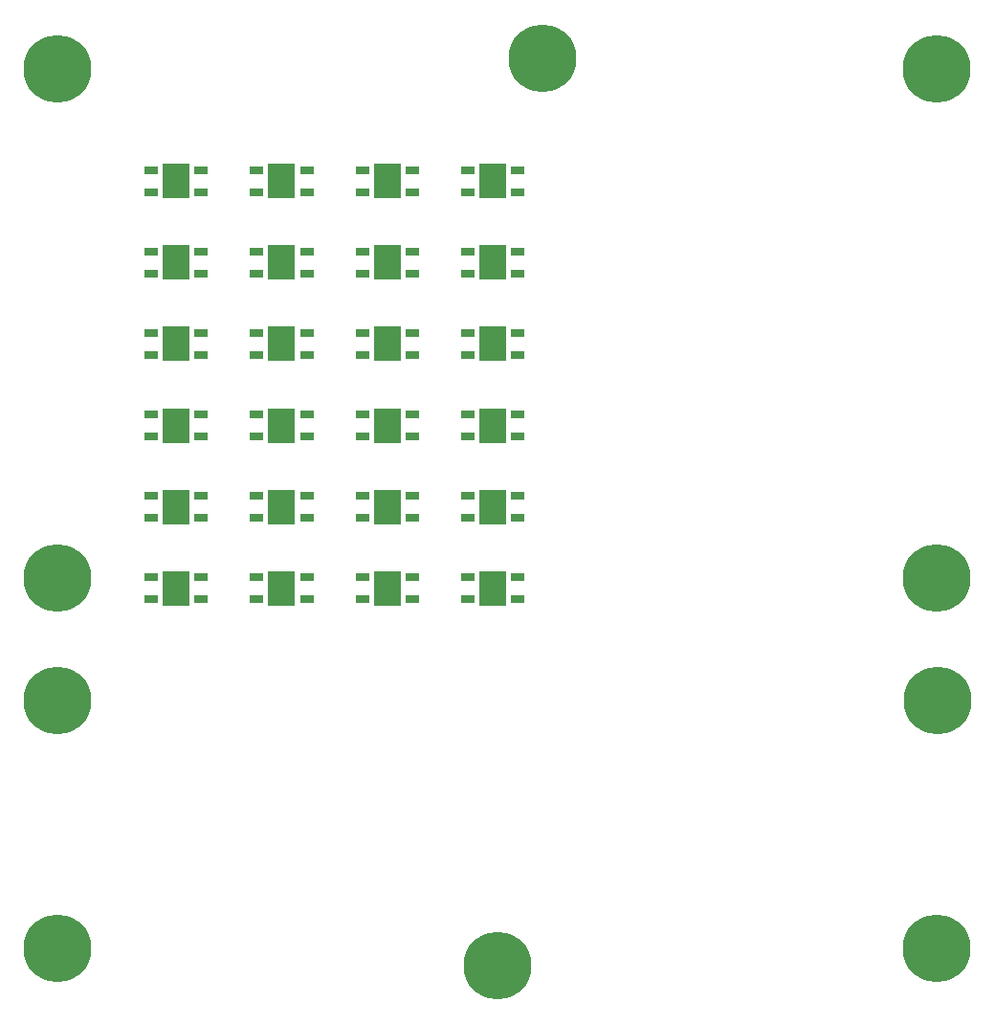
<source format=gbr>
G04*
G04 #@! TF.GenerationSoftware,Altium Limited,Altium Designer,25.8.1 (18)*
G04*
G04 Layer_Color=255*
%FSLAX44Y44*%
%MOMM*%
G71*
G04*
G04 #@! TF.SameCoordinates,CB4A00FE-05D9-49C1-B717-2607D131DABB*
G04*
G04*
G04 #@! TF.FilePolarity,Positive*
G04*
G01*
G75*
%ADD67C,6.0000*%
%ADD83C,0.8000*%
%ADD84C,0.7000*%
%ADD87R,1.1938X0.7620*%
%ADD88R,2.4892X3.0988*%
D67*
X36000Y36000D02*
D03*
X425000Y21000D02*
D03*
X36000Y364000D02*
D03*
Y256000D02*
D03*
X814000Y36000D02*
D03*
X814477Y256000D02*
D03*
X814000Y364000D02*
D03*
Y814000D02*
D03*
X36000D02*
D03*
X465300Y824000D02*
D03*
D83*
X57120Y27252D02*
D03*
X27252Y14880D02*
D03*
X14880Y44748D02*
D03*
X44748Y57120D02*
D03*
X57120Y44748D02*
D03*
X44748Y14880D02*
D03*
X14880Y27252D02*
D03*
X27252Y57120D02*
D03*
Y385120D02*
D03*
X14880Y355252D02*
D03*
X44748Y342880D02*
D03*
X57120Y372748D02*
D03*
X44748Y385120D02*
D03*
X14880Y372748D02*
D03*
X27252Y342880D02*
D03*
X57120Y355252D02*
D03*
X27252Y277120D02*
D03*
X14880Y247252D02*
D03*
X44748Y234880D02*
D03*
X57120Y264748D02*
D03*
X44748Y277120D02*
D03*
X14880Y264748D02*
D03*
X27252Y234880D02*
D03*
X57120Y247252D02*
D03*
X805252Y57120D02*
D03*
X792880Y27252D02*
D03*
X822748Y14880D02*
D03*
X835120Y44748D02*
D03*
X822748Y57120D02*
D03*
X792880Y44748D02*
D03*
X805252Y14880D02*
D03*
X835120Y27252D02*
D03*
X805729Y277120D02*
D03*
X793357Y247252D02*
D03*
X823225Y234880D02*
D03*
X835597Y264748D02*
D03*
X823225Y277120D02*
D03*
X793357Y264748D02*
D03*
X805729Y234880D02*
D03*
X835597Y247252D02*
D03*
X805252Y385120D02*
D03*
X792880Y355252D02*
D03*
X822748Y342880D02*
D03*
X835120Y372748D02*
D03*
X822748Y385120D02*
D03*
X792880Y372748D02*
D03*
X805252Y342880D02*
D03*
X835120Y355252D02*
D03*
X805252Y835120D02*
D03*
X792880Y805252D02*
D03*
X822748Y792880D02*
D03*
X835120Y822748D02*
D03*
X822748Y835120D02*
D03*
X792880Y822748D02*
D03*
X805252Y792880D02*
D03*
X835120Y805252D02*
D03*
X27252Y835120D02*
D03*
X14880Y805252D02*
D03*
X44748Y792880D02*
D03*
X57120Y822748D02*
D03*
X44748Y835120D02*
D03*
X14880Y822748D02*
D03*
X27252Y792880D02*
D03*
X57120Y805252D02*
D03*
D84*
X456552Y845120D02*
D03*
X444180Y815252D02*
D03*
X474048Y802880D02*
D03*
X486420Y832748D02*
D03*
X474048Y845120D02*
D03*
X444180Y832748D02*
D03*
X456552Y802880D02*
D03*
X486420Y815252D02*
D03*
D87*
X305582Y489000D02*
D03*
Y633000D02*
D03*
X212242D02*
D03*
X398922Y489000D02*
D03*
X118902Y633000D02*
D03*
X398922Y561000D02*
D03*
X305582Y705000D02*
D03*
X212242Y345000D02*
D03*
X118902D02*
D03*
X398922Y417000D02*
D03*
X118902D02*
D03*
Y705000D02*
D03*
X212242Y489000D02*
D03*
X118902D02*
D03*
X212242Y705000D02*
D03*
X398922Y345000D02*
D03*
X212242Y561000D02*
D03*
X118902D02*
D03*
X305582Y417000D02*
D03*
X212242D02*
D03*
X305582Y345000D02*
D03*
X398922Y705000D02*
D03*
X305582Y561000D02*
D03*
X398922Y633000D02*
D03*
Y653000D02*
D03*
X443118D02*
D03*
Y633000D02*
D03*
X305582Y581000D02*
D03*
X349778Y561000D02*
D03*
Y581000D02*
D03*
X398922Y725000D02*
D03*
X443118Y705000D02*
D03*
Y725000D02*
D03*
X349778Y489000D02*
D03*
Y509000D02*
D03*
X443118Y581000D02*
D03*
Y561000D02*
D03*
Y489000D02*
D03*
Y509000D02*
D03*
X163098D02*
D03*
Y489000D02*
D03*
Y581000D02*
D03*
Y561000D02*
D03*
X256438Y509000D02*
D03*
Y489000D02*
D03*
Y581000D02*
D03*
Y561000D02*
D03*
X163098Y633000D02*
D03*
Y653000D02*
D03*
X349778Y725000D02*
D03*
Y705000D02*
D03*
Y653000D02*
D03*
Y633000D02*
D03*
X256438Y653000D02*
D03*
Y633000D02*
D03*
Y705000D02*
D03*
Y725000D02*
D03*
X163098D02*
D03*
Y705000D02*
D03*
X256438Y437000D02*
D03*
Y417000D02*
D03*
X163098Y437000D02*
D03*
Y417000D02*
D03*
X443118Y437000D02*
D03*
Y417000D02*
D03*
X163098Y365000D02*
D03*
Y345000D02*
D03*
X256438D02*
D03*
Y365000D02*
D03*
X443118Y345000D02*
D03*
Y365000D02*
D03*
X349778Y345000D02*
D03*
Y365000D02*
D03*
Y437000D02*
D03*
Y417000D02*
D03*
X118902Y437000D02*
D03*
X305582D02*
D03*
X118902Y725000D02*
D03*
X212242D02*
D03*
X118902Y509000D02*
D03*
X212242D02*
D03*
X305582D02*
D03*
X118902Y653000D02*
D03*
X398922Y509000D02*
D03*
X212242Y653000D02*
D03*
X305582D02*
D03*
Y725000D02*
D03*
X398922Y581000D02*
D03*
X118902D02*
D03*
X212242D02*
D03*
X398922Y365000D02*
D03*
X305582D02*
D03*
X212242Y437000D02*
D03*
X398922D02*
D03*
X118902Y365000D02*
D03*
X212242D02*
D03*
D88*
X421020Y643000D02*
D03*
X327680Y571000D02*
D03*
X421020Y715000D02*
D03*
X327680Y499000D02*
D03*
X421020Y571000D02*
D03*
Y499000D02*
D03*
X141000D02*
D03*
Y571000D02*
D03*
X234340Y499000D02*
D03*
Y571000D02*
D03*
X141000Y643000D02*
D03*
X327680Y715000D02*
D03*
Y643000D02*
D03*
X234340D02*
D03*
Y715000D02*
D03*
X141000D02*
D03*
X234340Y427000D02*
D03*
X141000D02*
D03*
X421020D02*
D03*
X141000Y355000D02*
D03*
X234340D02*
D03*
X421020D02*
D03*
X327680D02*
D03*
Y427000D02*
D03*
M02*

</source>
